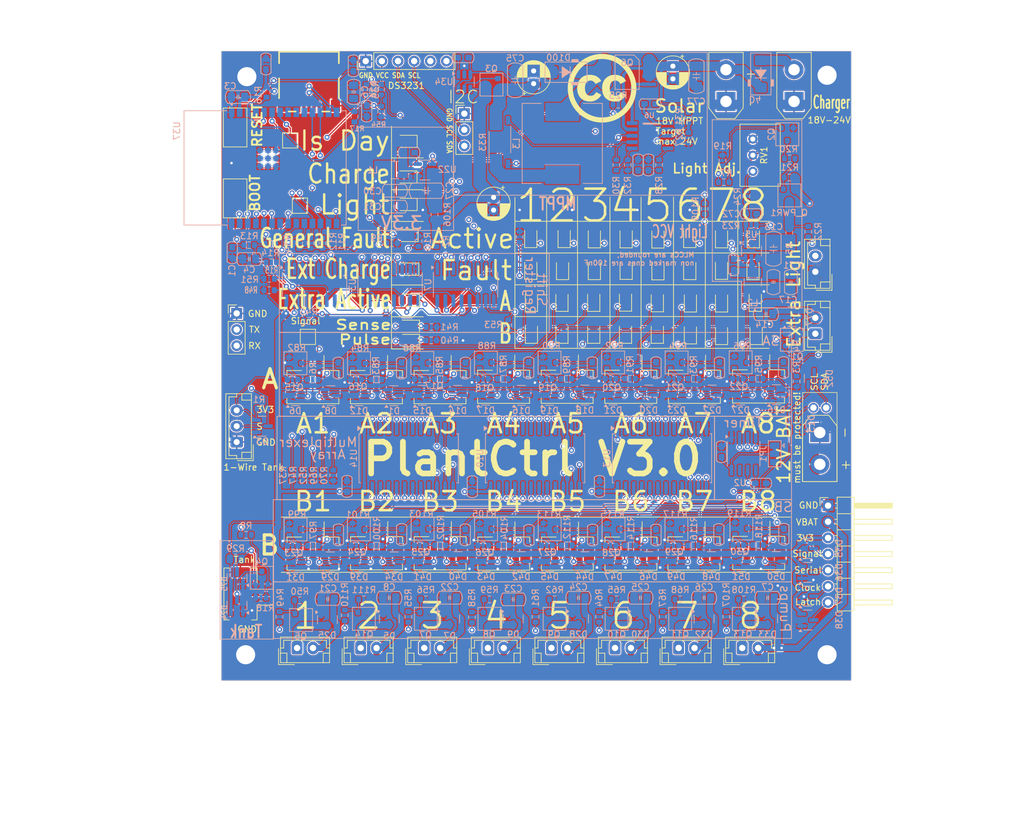
<source format=kicad_pcb>
(kicad_pcb
	(version 20240108)
	(generator "pcbnew")
	(generator_version "8.0")
	(general
		(thickness 1.6)
		(legacy_teardrops no)
	)
	(paper "A4")
	(layers
		(0 "F.Cu" signal)
		(1 "In1.Cu" signal)
		(2 "In2.Cu" signal)
		(31 "B.Cu" signal)
		(32 "B.Adhes" user "B.Adhesive")
		(33 "F.Adhes" user "F.Adhesive")
		(34 "B.Paste" user)
		(35 "F.Paste" user)
		(36 "B.SilkS" user "B.Silkscreen")
		(37 "F.SilkS" user "F.Silkscreen")
		(38 "B.Mask" user)
		(39 "F.Mask" user)
		(40 "Dwgs.User" user "User.Drawings")
		(41 "Cmts.User" user "User.Comments")
		(42 "Eco1.User" user "User.Eco1")
		(43 "Eco2.User" user "User.Eco2")
		(44 "Edge.Cuts" user)
		(45 "Margin" user)
		(46 "B.CrtYd" user "B.Courtyard")
		(47 "F.CrtYd" user "F.Courtyard")
		(48 "B.Fab" user)
		(49 "F.Fab" user)
	)
	(setup
		(stackup
			(layer "F.SilkS"
				(type "Top Silk Screen")
			)
			(layer "F.Paste"
				(type "Top Solder Paste")
			)
			(layer "F.Mask"
				(type "Top Solder Mask")
				(thickness 0.01)
			)
			(layer "F.Cu"
				(type "copper")
				(thickness 0.035)
			)
			(layer "dielectric 1"
				(type "prepreg")
				(thickness 0.1)
				(material "FR4")
				(epsilon_r 4.5)
				(loss_tangent 0.02)
			)
			(layer "In1.Cu"
				(type "copper")
				(thickness 0.035)
			)
			(layer "dielectric 2"
				(type "core")
				(thickness 1.24)
				(material "FR4")
				(epsilon_r 4.5)
				(loss_tangent 0.02)
			)
			(layer "In2.Cu"
				(type "copper")
				(thickness 0.035)
			)
			(layer "dielectric 3"
				(type "prepreg")
				(thickness 0.1)
				(material "FR4")
				(epsilon_r 4.5)
				(loss_tangent 0.02)
			)
			(layer "B.Cu"
				(type "copper")
				(thickness 0.035)
			)
			(layer "B.Mask"
				(type "Bottom Solder Mask")
				(thickness 0.01)
			)
			(layer "B.Paste"
				(type "Bottom Solder Paste")
			)
			(layer "B.SilkS"
				(type "Bottom Silk Screen")
			)
			(copper_finish "HAL lead-free")
			(dielectric_constraints no)
		)
		(pad_to_mask_clearance 0.05)
		(allow_soldermask_bridges_in_footprints no)
		(aux_axis_origin 68.58 26.67)
		(grid_origin 68.58 26.67)
		(pcbplotparams
			(layerselection 0x003ffff_ffffffff)
			(plot_on_all_layers_selection 0x0000000_00000000)
			(disableapertmacros no)
			(usegerberextensions no)
			(usegerberattributes no)
			(usegerberadvancedattributes no)
			(creategerberjobfile no)
			(dashed_line_dash_ratio 12.000000)
			(dashed_line_gap_ratio 3.000000)
			(svgprecision 4)
			(plotframeref no)
			(viasonmask no)
			(mode 1)
			(useauxorigin no)
			(hpglpennumber 1)
			(hpglpenspeed 20)
			(hpglpendiameter 15.000000)
			(pdf_front_fp_property_popups yes)
			(pdf_back_fp_property_popups yes)
			(dxfpolygonmode yes)
			(dxfimperialunits yes)
			(dxfusepcbnewfont yes)
			(psnegative no)
			(psa4output no)
			(plotreference yes)
			(plotvalue yes)
			(plotfptext yes)
			(plotinvisibletext no)
			(sketchpadsonfab no)
			(subtractmaskfromsilk no)
			(outputformat 1)
			(mirror no)
			(drillshape 0)
			(scaleselection 1)
			(outputdirectory "gerber/")
		)
	)
	(net 0 "")
	(net 1 "EN")
	(net 2 "VBAT")
	(net 3 "GND")
	(net 4 "S1")
	(net 5 "G1")
	(net 6 "3_3V")
	(net 7 "Temp")
	(net 8 "S2")
	(net 9 "G2")
	(net 10 "S3")
	(net 11 "Net-(U22-BST)")
	(net 12 "Net-(PUMP2-Pin_1)")
	(net 13 "PUMP_ENABLE")
	(net 14 "TANK_SENSOR")
	(net 15 "Net-(PUMP3-Pin_1)")
	(net 16 "Net-(PUMP4-Pin_1)")
	(net 17 "Net-(PUMP1-Pin_1)")
	(net 18 "Net-(PUMP5-Pin_1)")
	(net 19 "Net-(PUMP6-Pin_1)")
	(net 20 "Net-(PUMP7-Pin_1)")
	(net 21 "Net-(PUMP8-Pin_1)")
	(net 22 "SerialOut")
	(net 23 "Clock")
	(net 24 "Latch")
	(net 25 "Net-(Q1-G)")
	(net 26 "G3")
	(net 27 "ESP_RX")
	(net 28 "ESP_TX")
	(net 29 "Net-(Boot1-Pad2)")
	(net 30 "SDA")
	(net 31 "SCL")
	(net 32 "G4")
	(net 33 "S4")
	(net 34 "Net-(D10-K)")
	(net 35 "Net-(Q5-G)")
	(net 36 "G5")
	(net 37 "Net-(Q7-G)")
	(net 38 "Net-(Q8-G)")
	(net 39 "Net-(Q9-G)")
	(net 40 "Net-(Q10-G)")
	(net 41 "Net-(Q11-G)")
	(net 42 "Net-(Q4-G)")
	(net 43 "Net-(Q13-G)")
	(net 44 "Net-(Q14-G)")
	(net 45 "Net-(D78-A)")
	(net 46 "S5")
	(net 47 "Net-(C5-Pad2)")
	(net 48 "S6")
	(net 49 "G6")
	(net 50 "S7")
	(net 51 "PUMP1")
	(net 52 "G7")
	(net 53 "PUMP3")
	(net 54 "G8")
	(net 55 "Net-(R14-Pad2)")
	(net 56 "PUMP4")
	(net 57 "PUMP5")
	(net 58 "PUMP6")
	(net 59 "PUMP7")
	(net 60 "PUMP8")
	(net 61 "PUMP2")
	(net 62 "unconnected-(U37-IO0-Pad8)")
	(net 63 "unconnected-(U37-IO1-Pad9)")
	(net 64 "Net-(D78-K)")
	(net 65 "S8")
	(net 66 "SIGNAL")
	(net 67 "SerialIn")
	(net 68 "S9")
	(net 69 "G9")
	(net 70 "S10")
	(net 71 "G10")
	(net 72 "G11")
	(net 73 "S11")
	(net 74 "G12")
	(net 75 "S12")
	(net 76 "S13")
	(net 77 "G13")
	(net 78 "S14")
	(net 79 "G14")
	(net 80 "S15")
	(net 81 "G15")
	(net 82 "S16")
	(net 83 "G16")
	(net 84 "CD1")
	(net 85 "CD2")
	(net 86 "CD3")
	(net 87 "CD4")
	(net 88 "CD5")
	(net 89 "Net-(D4-A)")
	(net 90 "Net-(D2-K)")
	(net 91 "CD6")
	(net 92 "CD7")
	(net 93 "Net-(U2-CV)")
	(net 94 "CD8")
	(net 95 "CD9")
	(net 96 "CD10")
	(net 97 "CD11")
	(net 98 "CD12")
	(net 99 "CD13")
	(net 100 "CD14")
	(net 101 "CD15")
	(net 102 "CD16")
	(net 103 "1K_3_3")
	(net 104 "Net-(P_FAULT1-K)")
	(net 105 "CD_Probe")
	(net 106 "SENSORS_ON")
	(net 107 "unconnected-(U3-QG-Pad6)")
	(net 108 "unconnected-(U3-QH-Pad7)")
	(net 109 "Net-(CD1-K)")
	(net 110 "Net-(SIGNAL1-K)")
	(net 111 "MS4")
	(net 112 "MS1")
	(net 113 "MS0")
	(net 114 "MS3")
	(net 115 "MS2")
	(net 116 "unconnected-(U2-DIS-Pad7)")
	(net 117 "IsDay")
	(net 118 "S_VIN")
	(net 119 "5K_VBAT")
	(net 120 "Net-(U1-QH')")
	(net 121 "Net-(U3-QH')")
	(net 122 "/Light_In")
	(net 123 "Net-(U5-BST)")
	(net 124 "Net-(Q2-G)")
	(net 125 "Net-(Q2-D)")
	(net 126 "Net-(Q_PWR1-G)")
	(net 127 "Net-(Q_PWR1-D)")
	(net 128 "LED_ENABLE")
	(net 129 "Net-(I2C3-A)")
	(net 130 "Net-(R24-Pad2)")
	(net 131 "Net-(U5-FB)")
	(net 132 "/Light+")
	(net 133 "Net-(U6-VG)")
	(net 134 "Net-(C19-Pad1)")
	(net 135 "Net-(D98-K)")
	(net 136 "Net-(D98-A)")
	(net 137 "Net-(D100-K)")
	(net 138 "Net-(L3-Pad2)")
	(net 139 "Net-(Q6-G)")
	(net 140 "Net-(U6-MPPT)")
	(net 141 "Net-(U6-COM)")
	(net 142 "Net-(U6-BAT)")
	(net 143 "Net-(U6-FB)")
	(net 144 "Net-(U6-CSP)")
	(net 145 "/3_3IN")
	(net 146 "/Light_cool")
	(net 147 "/3_3V_cool")
	(net 148 "Net-(Q3-S)")
	(net 149 "Net-(U34-VCAP)")
	(net 150 "Net-(Q3-G)")
	(net 151 "Net-(J3-Pin_1)")
	(net 152 "ENABLE_TANK")
	(net 153 "Net-(Q15-B)")
	(net 154 "Net-(Q17-B)")
	(net 155 "Net-(Q18-B)")
	(net 156 "Net-(Q19-B)")
	(net 157 "Net-(Q20-B)")
	(net 158 "Net-(Q21-B)")
	(net 159 "Net-(Q22-B)")
	(net 160 "Net-(Q23-B)")
	(net 161 "Net-(Q24-B)")
	(net 162 "Net-(Q25-B)")
	(net 163 "Net-(Q26-B)")
	(net 164 "Net-(Q27-B)")
	(net 165 "Net-(Q28-B)")
	(net 166 "Net-(Q29-B)")
	(net 167 "Net-(Q30-B)")
	(net 168 "unconnected-(U37-IO8-Pad10)")
	(net 169 "Net-(D11-A)")
	(net 170 "Net-(JP1-C)")
	(net 171 "unconnected-(U37-NC-Pad22)")
	(net 172 "USB_D-")
	(net 173 "unconnected-(U37-IO4-Pad4)")
	(net 174 "USB_D+")
	(net 175 "BOOT_SEL")
	(net 176 "WARN_LED")
	(net 177 "Net-(Q15-C)")
	(net 178 "Net-(Q16-C)")
	(net 179 "Net-(Q17-C)")
	(net 180 "Net-(Q18-C)")
	(net 181 "Net-(Q19-C)")
	(net 182 "Net-(Q20-C)")
	(net 183 "Net-(Q21-C)")
	(net 184 "Net-(Q22-C)")
	(net 185 "Net-(Q23-C)")
	(net 186 "Net-(Q24-C)")
	(net 187 "Net-(Q25-C)")
	(net 188 "Net-(Q26-C)")
	(net 189 "Net-(Q27-C)")
	(net 190 "Net-(Q28-C)")
	(net 191 "Net-(Q29-C)")
	(net 192 "Net-(Q30-C)")
	(net 193 "Net-(Q16-B)")
	(net 194 "FAULT1")
	(net 195 "FAULT2")
	(net 196 "FAULT3")
	(net 197 "FAULT4")
	(net 198 "FAULT5")
	(net 199 "FAULT6")
	(net 200 "FAULT7")
	(net 201 "FAULT8")
	(net 202 "OE")
	(net 203 "unconnected-(USB1-VBUS-Pad1)")
	(net 204 "unconnected-(USB1-ID-Pad4)")
	(net 205 "SQW")
	(net 206 "32K")
	(footprint "Connector_JST:JST_PH_B2B-PH-SM4-TB_1x02-1MP_P2.00mm_Vertical" (layer "F.Cu") (at 204.58 117.92 180))
	(footprint "Button_Switch_SMD:SW_SPST_CK_RS282G05A3" (layer "F.Cu") (at 172.33 52.67 90))
	(footprint "Connector_JST:JST_PH_B2B-PH-SM4-TB_1x02-1MP_P2.00mm_Vertical" (layer "F.Cu") (at 194.555 91.77 180))
	(footprint "Connector_AMASS:AMASS_XT30UPB-M_1x02_P5.0mm_Vertical" (layer "F.Cu") (at 249.53 48.57 90))
	(footprint "LED_SMD:LED_0805_2012Metric" (layer "F.Cu") (at 199.53 74.9575 180))
	(footprint "easyeda2kicad:MINI-USB-SMD_UX-144S-ACP5" (layer "F.Cu") (at 183.95 46.595 180))
	(footprint "Button_Switch_SMD:SW_SPST_CK_RS282G05A3" (layer "F.Cu") (at 172.33 63.82 -90))
	(footprint "LED_SMD:LED_0805_2012Metric" (layer "F.Cu") (at 223.73 84.945 90))
	(footprint "LED_SMD:LED_0805_2012Metric" (layer "F.Cu") (at 218.83 74.8825 90))
	(footprint "LED_SMD:LED_0805_2012Metric" (layer "F.Cu") (at 228.83 74.92 90))
	(footprint "LED_SMD:LED_0805_2012Metric" (layer "F.Cu") (at 243.93 80.02 90))
	(footprint "Connector_JST:JST_PH_B2B-PH-SM4-TB_1x02-1MP_P2.00mm_Vertical" (layer "F.Cu") (at 254.655 91.67 180))
	(footprint "LED_SMD:LED_0805_2012Metric" (layer "F.Cu") (at 238.73 84.945 90))
	(footprint "kicad-stuff:AMASS_XT30UPB+DATA-M_1x02_P5.0mm_Vertical" (layer "F.Cu") (at 264.28 100.67 -90))
	(footprint "LED_SMD:LED_0805_2012Metric" (layer "F.Cu") (at 243.93 85.045 90))
	(footprint "Connector_JST:JST_PH_B2B-PH-SM4-TB_1x02-1MP_P2.00mm_Vertical" (layer "F.Cu") (at 184.58 117.97 180))
	(footprint "LED_SMD:LED_0805_2012Metric" (layer "F.Cu") (at 199.655 86.195 180))
	(footprint "Connector_AMASS:AMASS_XT30UPB-F_1x02_P5.0mm_Vertical" (layer "F.Cu") (at 260.23 48.57 90))
	(footprint "Connector_JST:JST_PH_B2B-PH-SM4-TB_1x02-1MP_P2.00mm_Vertical" (layer "F.Cu") (at 254.68 117.87 180))
	(footprint "Connector_JST:JST_EH_B2B-EH-A_1x02_P2.50mm_Vertical" (layer "F.Cu") (at 232.08 134.575))
	(footprint "Connector_JST:JST_EH_B2B-EH-A_1x02_P2.50mm_Vertical" (layer "F.Cu") (at 242.08 134.575))
	(footprint "Connector_JST:JST_EH_B2B-EH-A_1x02_P2.50mm_Vertical" (layer "F.Cu") (at 263.58 85.12 90))
	(footprint "LED_SMD:LED_0805_2012Metric" (layer "F.Cu") (at 248.83 85.145 90))
	(footprint "LED_SMD:LED_0805_2012Metric" (layer "F.Cu") (at 248.83 80.02 90))
	(footprint "Connector_JST:JST_EH_B3B-EH-A_1x03_P2.50mm_Vertical" (layer "F.Cu") (at 172.58 102.17 90))
	(footprint "Connector_JST:JST_PH_B2B-PH-SM4-TB_1x02-1MP_P2.00mm_Vertical" (layer "F.Cu") (at 224.58 117.97 180))
	(footprint "LED_SMD:LED_0805_2012Metric" (layer "F.Cu") (at 199.43 69.6575 180))
	(footprint "Connector_PinHeader_2.54mm:PinHeader_1x07_P2.54mm_Horizontal" (layer "F.Cu") (at 265.58 112.17))
	(footprint "LED_SMD:LED_0805_2012Metric" (layer "F.Cu") (at 218.93 84.945 90))
	(footprint "LED_SMD:LED_0805_2012Metric"
		(layer "F.Cu")
		(uuid "38c660a9-1b7f-4b5b-b61c-be652783af9f")
		(at 243.83 69.8825 90)
		(descr "LED SMD 0805 (2012 Metric), square (rectangular) end terminal, IPC_7351 nominal, (Body size source: https://docs.google.com/spreadsheets/d/1BsfQQcO9C6DZCsRaXUlFlo91Tg2WpOkGARC1WS5S8t0/edit?usp=sharing), generated with kicad-footprint-generator")
		(tags "LED")
		(property "Reference" "PUMP_D6"
			(at 0 -1.65 90)
			(layer "F.SilkS")
			(hide yes)
			(uuid "44bbbf26-a62d-4436-b514-b825e281b3ce")
			(effects
				(font
					(size 1 1)
					(thickness 0.15)
				)
			)
		)
		(property "Value" "BLUE"
			(at 0 1.65 90)
			(layer "F.Fab")
			(uuid "8a8574fa-8ef6-410c-870d-c44e0d85d060")
			(effects
				(font
					(size 1 1)
					(thickness 0.15)
				)
			)
		)
		(property "Footprint" "LED_SMD:LED_0805_2012Metric"
			(at 0 0 90)
			(unlocked yes)
			(layer "F.Fab")
			(hide yes)
			(uuid "0bbef73a-c570-477f-a1a4-ae99308a1abe")
			(effects
				(font
					(size 1.27 1.27)
					(thickness 0.15)
				)
			)
		)
		(property "Datasheet" ""
			(at 0 0 90)
			(unlocked yes)
			(layer "F.Fab")
			(hide yes)
			(uuid "1ae939cc-3500-4eee-8197-2ae48b6e6729")
			(effects
				(font
					(size 1.27 1.27)
					(thickness 0.15)
				)
			)
		)
		(property "Description" ""
			(at 0 0 90)
			(unlocked yes)
			(layer "F.Fab")
			(hide yes)
			(uuid "f1e07697-0ac1-494e-b33a-d9f9652f33ce")
			(effects
				(font
					(size 1.27 1.27)
					(thickness 0.15)
				)
			)
		)
		(property "LCSC_PART_NUMBER" "C205441"
			(at 0 0 0)
			(layer "F.Fab")
			(hide yes)
			(uuid "8e33
... [4632178 chars truncated]
</source>
